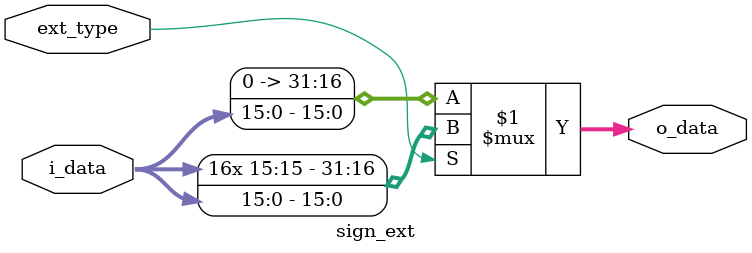
<source format=v>
`timescale 1ns / 1ps

module sign_ext(
    input ext_type, // 0: all 0, 1: sign
    input [15:0] i_data,
    output [31:0] o_data
    );
    assign o_data = ext_type ? {{16{i_data[15]}}, i_data} : {16'b0, i_data};
endmodule

</source>
